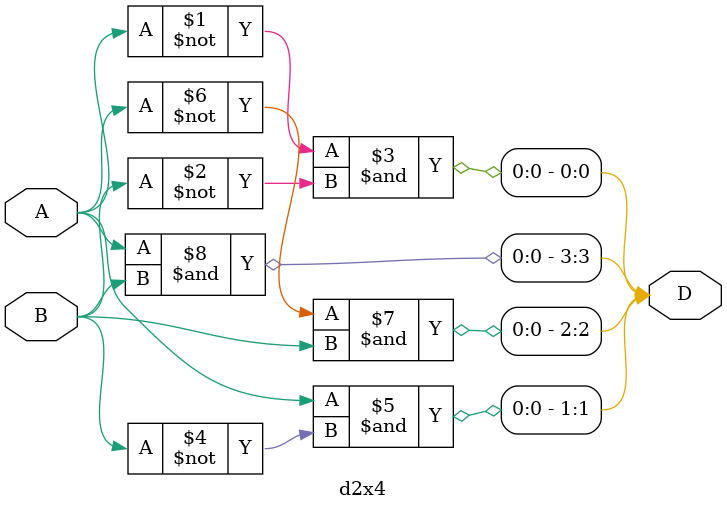
<source format=v>
`timescale 1ns / 1ps
module d2x4(A,B,D);
input A,B;
output [3:0] D;
assign D[0]=~A&(~B);
assign D[1]=A&(~B);
assign D[2]=~A&B;
assign D[3]=A&B;


endmodule

</source>
